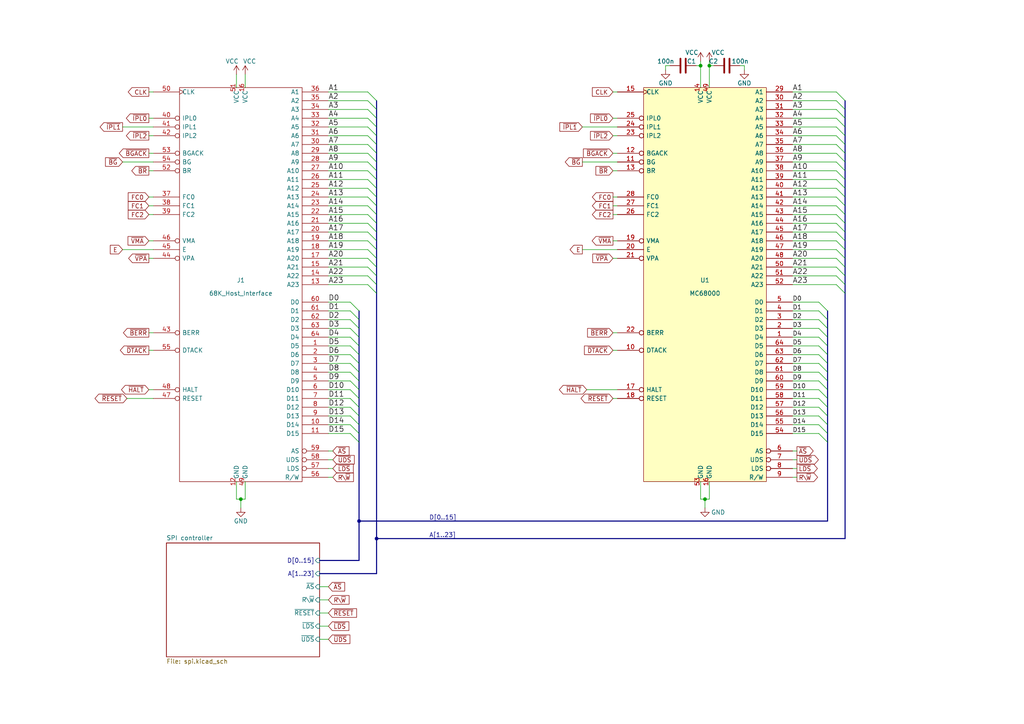
<source format=kicad_sch>
(kicad_sch (version 20211123) (generator eeschema)
  (paper "A4")
  (title_block (title "A500 simple SPI controller") (date "2022-12-05") (rev "1.3") (company "Dennis van Weeren") (comment 1 "rev 1.1: new address decoder, 3V3 supplied by SD module, MOSI forced high on read") (comment 2 "rev 1.2: fixed small but fatal bug in address decoder, smaller PCB to clear shield") (comment 3 "rev 1.3: improved MOSI setup time on reads"))
  (lib_symbols
    (symbol "A500_Simple_SPI_V1.0-rescue:68K_Host_Interface-Dennis" (pin_names (offset 0.762))
      (property "Reference" "U" (at 0 2.54 0))
      (property "Value" "68K_Host_Interface-Dennis" (at 0 -3.81 0))
      (symbol "68K_Host_Interface-Dennis_0_1"
        (rectangle (start -17.78 57.15) (end 17.78 -57.15))
      )
      (symbol "68K_Host_Interface-Dennis_1_1"
        (pin bidirectional line (at 25.4 -17.78 180) (length 7.62) (name "D5") (number "1"))
        (pin bidirectional line (at 25.4 -40.64 180) (length 7.62) (name "D14") (number "10"))
        (pin bidirectional line (at 25.4 -43.18 180) (length 7.62) (name "D15") (number "11"))
        (pin power_in line (at -1.27 -57.15 90) (length 0) (name "GND") (number "12"))
        (pin output line (at 25.4 0 180) (length 7.62) (name "A23") (number "13"))
        (pin output line (at 25.4 2.54 180) (length 7.62) (name "A22") (number "14"))
        (pin output line (at 25.4 5.08 180) (length 7.62) (name "A21") (number "15"))
        (pin power_in line (at 1.27 57.15 270) (length 0) (name "VCC") (number "16"))
        (pin output line (at 25.4 7.62 180) (length 7.62) (name "A20") (number "17"))
        (pin output line (at 25.4 10.16 180) (length 7.62) (name "A19") (number "18"))
        (pin output line (at 25.4 12.7 180) (length 7.62) (name "A18") (number "19"))
        (pin bidirectional line (at 25.4 -20.32 180) (length 7.62) (name "D6") (number "2"))
        (pin output line (at 25.4 15.24 180) (length 7.62) (name "A17") (number "20"))
        (pin output line (at 25.4 17.78 180) (length 7.62) (name "A16") (number "21"))
        (pin output line (at 25.4 20.32 180) (length 7.62) (name "A15") (number "22"))
        (pin output line (at 25.4 22.86 180) (length 7.62) (name "A14") (number "23"))
        (pin output line (at 25.4 25.4 180) (length 7.62) (name "A13") (number "24"))
        (pin output line (at 25.4 27.94 180) (length 7.62) (name "A12") (number "25"))
        (pin output line (at 25.4 30.48 180) (length 7.62) (name "A11") (number "26"))
        (pin output line (at 25.4 33.02 180) (length 7.62) (name "A10") (number "27"))
        (pin output line (at 25.4 35.56 180) (length 7.62) (name "A9") (number "28"))
        (pin output line (at 25.4 38.1 180) (length 7.62) (name "A8") (number "29"))
        (pin bidirectional line (at 25.4 -22.86 180) (length 7.62) (name "D7") (number "3"))
        (pin output line (at 25.4 40.64 180) (length 7.62) (name "A7") (number "30"))
        (pin output line (at 25.4 43.18 180) (length 7.62) (name "A6") (number "31"))
        (pin output line (at 25.4 45.72 180) (length 7.62) (name "A5") (number "32"))
        (pin output line (at 25.4 48.26 180) (length 7.62) (name "A4") (number "33"))
        (pin output line (at 25.4 50.8 180) (length 7.62) (name "A3") (number "34"))
        (pin output line (at 25.4 53.34 180) (length 7.62) (name "A2") (number "35"))
        (pin output line (at 25.4 55.88 180) (length 7.62) (name "A1") (number "36"))
        (pin output line (at -25.4 25.4 0) (length 7.62) (name "FC0") (number "37"))
        (pin output line (at -25.4 22.86 0) (length 7.62) (name "FC1") (number "38"))
        (pin output line (at -25.4 20.32 0) (length 7.62) (name "FC2") (number "39"))
        (pin bidirectional line (at 25.4 -25.4 180) (length 7.62) (name "D8") (number "4"))
        (pin input inverted (at -25.4 48.26 0) (length 7.62) (name "IPL0") (number "40"))
        (pin input inverted (at -25.4 45.72 0) (length 7.62) (name "IPL1") (number "41"))
        (pin input inverted (at -25.4 43.18 0) (length 7.62) (name "IPL2") (number "42"))
        (pin input inverted (at -25.4 -13.97 0) (length 7.62) (name "BERR") (number "43"))
        (pin input inverted (at -25.4 7.62 0) (length 7.62) (name "VPA") (number "44"))
        (pin output line (at -25.4 10.16 0) (length 7.62) (name "E") (number "45"))
        (pin output inverted (at -25.4 12.7 0) (length 7.62) (name "VMA") (number "46"))
        (pin bidirectional inverted (at -25.4 -33.02 0) (length 7.62) (name "RESET") (number "47"))
        (pin bidirectional inverted (at -25.4 -30.48 0) (length 7.62) (name "HALT") (number "48"))
        (pin power_in line (at 1.27 -57.15 90) (length 0) (name "GND") (number "49"))
        (pin bidirectional line (at 25.4 -27.94 180) (length 7.62) (name "D9") (number "5"))
        (pin input clock (at -25.4 55.88 0) (length 7.62) (name "CLK") (number "50"))
        (pin power_in line (at -1.27 57.15 270) (length 0) (name "VCC") (number "51"))
        (pin input inverted (at -25.4 33.02 0) (length 7.62) (name "BR") (number "52"))
        (pin input inverted (at -25.4 38.1 0) (length 7.62) (name "BGACK") (number "53"))
        (pin output inverted (at -25.4 35.56 0) (length 7.62) (name "BG") (number "54"))
        (pin input inverted (at -25.4 -19.05 0) (length 7.62) (name "DTACK") (number "55"))
        (pin output line (at 25.4 -55.88 180) (length 7.62) (name "R/W") (number "56"))
        (pin output inverted (at 25.4 -53.34 180) (length 7.62) (name "LDS") (number "57"))
        (pin output inverted (at 25.4 -50.8 180) (length 7.62) (name "UDS") (number "58"))
        (pin output inverted (at 25.4 -48.26 180) (length 7.62) (name "AS") (number "59"))
        (pin bidirectional line (at 25.4 -30.48 180) (length 7.62) (name "D10") (number "6"))
        (pin bidirectional line (at 25.4 -5.08 180) (length 7.62) (name "D0") (number "60"))
        (pin bidirectional line (at 25.4 -7.62 180) (length 7.62) (name "D1") (number "61"))
        (pin bidirectional line (at 25.4 -10.16 180) (length 7.62) (name "D2") (number "62"))
        (pin bidirectional line (at 25.4 -12.7 180) (length 7.62) (name "D3") (number "63"))
        (pin bidirectional line (at 25.4 -15.24 180) (length 7.62) (name "D4") (number "64"))
        (pin bidirectional line (at 25.4 -33.02 180) (length 7.62) (name "D11") (number "7"))
        (pin bidirectional line (at 25.4 -35.56 180) (length 7.62) (name "D12") (number "8"))
        (pin bidirectional line (at 25.4 -38.1 180) (length 7.62) (name "D13") (number "9"))
      )
    )
    (symbol "A500_Simple_SPI_V1.0-rescue:MC68000-Dennis" (pin_names (offset 0.762))
      (property "Reference" "U" (at 0 2.54 0))
      (property "Value" "MC68000-Dennis" (at 0 -3.81 0))
      (symbol "MC68000-Dennis_0_1"
        (rectangle (start -17.78 57.15) (end 17.78 -57.15) (fill (type background)))
      )
      (symbol "MC68000-Dennis_1_1"
        (pin bidirectional line (at 25.4 -15.24 180) (length 7.62) (name "D4") (number "1"))
        (pin input inverted (at -25.4 -19.05 0) (length 7.62) (name "DTACK") (number "10"))
        (pin output inverted (at -25.4 35.56 0) (length 7.62) (name "BG") (number "11"))
        (pin input inverted (at -25.4 38.1 0) (length 7.62) (name "BGACK") (number "12"))
        (pin input inverted (at -25.4 33.02 0) (length 7.62) (name "BR") (number "13"))
        (pin power_in line (at -1.27 57.15 270) (length 0) (name "VCC") (number "14"))
        (pin input clock (at -25.4 55.88 0) (length 7.62) (name "CLK") (number "15"))
        (pin power_in line (at 1.27 -57.15 90) (length 0) (name "GND") (number "16"))
        (pin bidirectional inverted (at -25.4 -30.48 0) (length 7.62) (name "HALT") (number "17"))
        (pin bidirectional inverted (at -25.4 -33.02 0) (length 7.62) (name "RESET") (number "18"))
        (pin output inverted (at -25.4 12.7 0) (length 7.62) (name "VMA") (number "19"))
        (pin bidirectional line (at 25.4 -12.7 180) (length 7.62) (name "D3") (number "2"))
        (pin output line (at -25.4 10.16 0) (length 7.62) (name "E") (number "20"))
        (pin input inverted (at -25.4 7.62 0) (length 7.62) (name "VPA") (number "21"))
        (pin input inverted (at -25.4 -13.97 0) (length 7.62) (name "BERR") (number "22"))
        (pin input inverted (at -25.4 43.18 0) (length 7.62) (name "IPL2") (number "23"))
        (pin input inverted (at -25.4 45.72 0) (length 7.62) (name "IPL1") (number "24"))
        (pin input inverted (at -25.4 48.26 0) (length 7.62) (name "IPL0") (number "25"))
        (pin output line (at -25.4 20.32 0) (length 7.62) (name "FC2") (number "26"))
        (pin output line (at -25.4 22.86 0) (length 7.62) (name "FC1") (number "27"))
        (pin output line (at -25.4 25.4 0) (length 7.62) (name "FC0") (number "28"))
        (pin output line (at 25.4 55.88 180) (length 7.62) (name "A1") (number "29"))
        (pin bidirectional line (at 25.4 -10.16 180) (length 7.62) (name "D2") (number "3"))
        (pin output line (at 25.4 53.34 180) (length 7.62) (name "A2") (number "30"))
        (pin output line (at 25.4 50.8 180) (length 7.62) (name "A3") (number "31"))
        (pin output line (at 25.4 48.26 180) (length 7.62) (name "A4") (number "32"))
        (pin output line (at 25.4 45.72 180) (length 7.62) (name "A5") (number "33"))
        (pin output line (at 25.4 43.18 180) (length 7.62) (name "A6") (number "34"))
        (pin output line (at 25.4 40.64 180) (length 7.62) (name "A7") (number "35"))
        (pin output line (at 25.4 38.1 180) (length 7.62) (name "A8") (number "36"))
        (pin output line (at 25.4 35.56 180) (length 7.62) (name "A9") (number "37"))
        (pin output line (at 25.4 33.02 180) (length 7.62) (name "A10") (number "38"))
        (pin output line (at 25.4 30.48 180) (length 7.62) (name "A11") (number "39"))
        (pin bidirectional line (at 25.4 -7.62 180) (length 7.62) (name "D1") (number "4"))
        (pin output line (at 25.4 27.94 180) (length 7.62) (name "A12") (number "40"))
        (pin output line (at 25.4 25.4 180) (length 7.62) (name "A13") (number "41"))
        (pin output line (at 25.4 22.86 180) (length 7.62) (name "A14") (number "42"))
        (pin output line (at 25.4 20.32 180) (length 7.62) (name "A15") (number "43"))
        (pin output line (at 25.4 17.78 180) (length 7.62) (name "A16") (number "44"))
        (pin output line (at 25.4 15.24 180) (length 7.62) (name "A17") (number "45"))
        (pin output line (at 25.4 12.7 180) (length 7.62) (name "A18") (number "46"))
        (pin output line (at 25.4 10.16 180) (length 7.62) (name "A19") (number "47"))
        (pin output line (at 25.4 7.62 180) (length 7.62) (name "A20") (number "48"))
        (pin power_in line (at 1.27 57.15 270) (length 0) (name "VCC") (number "49"))
        (pin bidirectional line (at 25.4 -5.08 180) (length 7.62) (name "D0") (number "5"))
        (pin output line (at 25.4 5.08 180) (length 7.62) (name "A21") (number "50"))
        (pin output line (at 25.4 2.54 180) (length 7.62) (name "A22") (number "51"))
        (pin output line (at 25.4 0 180) (length 7.62) (name "A23") (number "52"))
        (pin power_in line (at -1.27 -57.15 90) (length 0) (name "GND") (number "53"))
        (pin bidirectional line (at 25.4 -43.18 180) (length 7.62) (name "D15") (number "54"))
        (pin bidirectional line (at 25.4 -40.64 180) (length 7.62) (name "D14") (number "55"))
        (pin bidirectional line (at 25.4 -38.1 180) (length 7.62) (name "D13") (number "56"))
        (pin bidirectional line (at 25.4 -35.56 180) (length 7.62) (name "D12") (number "57"))
        (pin bidirectional line (at 25.4 -33.02 180) (length 7.62) (name "D11") (number "58"))
        (pin bidirectional line (at 25.4 -30.48 180) (length 7.62) (name "D10") (number "59"))
        (pin output inverted (at 25.4 -48.26 180) (length 7.62) (name "AS") (number "6"))
        (pin bidirectional line (at 25.4 -27.94 180) (length 7.62) (name "D9") (number "60"))
        (pin bidirectional line (at 25.4 -25.4 180) (length 7.62) (name "D8") (number "61"))
        (pin bidirectional line (at 25.4 -22.86 180) (length 7.62) (name "D7") (number "62"))
        (pin bidirectional line (at 25.4 -20.32 180) (length 7.62) (name "D6") (number "63"))
        (pin bidirectional line (at 25.4 -17.78 180) (length 7.62) (name "D5") (number "64"))
        (pin output inverted (at 25.4 -50.8 180) (length 7.62) (name "UDS") (number "7"))
        (pin output inverted (at 25.4 -53.34 180) (length 7.62) (name "LDS") (number "8"))
        (pin output line (at 25.4 -55.88 180) (length 7.62) (name "R/W") (number "9"))
      )
    )
    (symbol "Device:C" (pin_numbers hide) (pin_names (offset 0.254))
      (property "Reference" "C" (at 0.635 2.54 0))
      (property "Value" "C" (at 0.635 -2.54 0))
      (symbol "C_0_1"
        (polyline (pts (xy -2.032 -0.762) (xy 2.032 -0.762)) (stroke (width 0.508)))
        (polyline (pts (xy -2.032 0.762) (xy 2.032 0.762)) (stroke (width 0.508)))
      )
      (symbol "C_1_1"
        (pin passive line (at 0 3.81 270) (length 2.794) (name "~") (number "1"))
        (pin passive line (at 0 -3.81 90) (length 2.794) (name "~") (number "2"))
      )
    )
    (symbol "power:GND" (power) (pin_names (offset 0))
      (property "Value" "GND" (at 0 -3.81 0))
      (symbol "GND_0_1"
        (polyline (pts (xy 0 0) (xy 0 -1.27) (xy 1.27 -1.27) (xy 0 -2.54) (xy -1.27 -1.27) (xy 0 -1.27)))
      )
      (symbol "GND_1_1"
        (pin power_in line (at 0 0 270) (length 0) hide (name "GND") (number "1"))
      )
    )
    (symbol "power:VCC" (power) (pin_names (offset 0))
      (property "Value" "VCC" (at 0 3.81 0))
      (symbol "VCC_0_1"
        (polyline (pts (xy -0.762 1.27) (xy 0 2.54)))
        (polyline (pts (xy 0 0) (xy 0 2.54)))
        (polyline (pts (xy 0 2.54) (xy 0.762 1.27)))
      )
      (symbol "VCC_1_1"
        (pin power_in line (at 0 0 90) (length 0) hide (name "VCC") (number "1"))
      )
    )
  )
  (junction (at 203.2 19.05))
  (junction (at 104.14 151.13))
  (junction (at 205.74 19.05))
  (junction (at 109.22 156.21))
  (junction (at 204.47 144.78))
  (junction (at 69.85 144.78))
  (bus_entry (at 106.68 49.53) (size 2.54 2.54))
  (bus_entry (at 106.68 64.77) (size 2.54 2.54))
  (bus_entry (at 106.68 80.01) (size 2.54 2.54))
  (bus_entry (at 106.68 44.45) (size 2.54 2.54))
  (bus_entry (at 106.68 67.31) (size 2.54 2.54))
  (bus_entry (at 101.6 110.49) (size 2.54 2.54))
  (bus_entry (at 242.57 67.31) (size 2.54 2.54))
  (bus_entry (at 106.68 54.61) (size 2.54 2.54))
  (bus_entry (at 237.49 95.25) (size 2.54 2.54))
  (bus_entry (at 237.49 102.87) (size 2.54 2.54))
  (bus_entry (at 242.57 54.61) (size 2.54 2.54))
  (bus_entry (at 101.6 95.25) (size 2.54 2.54))
  (bus_entry (at 106.68 69.85) (size 2.54 2.54))
  (bus_entry (at 237.49 113.03) (size 2.54 2.54))
  (bus_entry (at 101.6 87.63) (size 2.54 2.54))
  (bus_entry (at 237.49 92.71) (size 2.54 2.54))
  (bus_entry (at 106.68 26.67) (size 2.54 2.54))
  (bus_entry (at 237.49 107.95) (size 2.54 2.54))
  (bus_entry (at 237.49 115.57) (size 2.54 2.54))
  (bus_entry (at 237.49 110.49) (size 2.54 2.54))
  (bus_entry (at 101.6 113.03) (size 2.54 2.54))
  (bus_entry (at 242.57 57.15) (size 2.54 2.54))
  (bus_entry (at 237.49 90.17) (size 2.54 2.54))
  (bus_entry (at 237.49 100.33) (size 2.54 2.54))
  (bus_entry (at 242.57 31.75) (size 2.54 2.54))
  (bus_entry (at 106.68 57.15) (size 2.54 2.54))
  (bus_entry (at 101.6 100.33) (size 2.54 2.54))
  (bus_entry (at 242.57 74.93) (size 2.54 2.54))
  (bus_entry (at 101.6 97.79) (size 2.54 2.54))
  (bus_entry (at 242.57 62.23) (size 2.54 2.54))
  (bus_entry (at 106.68 74.93) (size 2.54 2.54))
  (bus_entry (at 242.57 72.39) (size 2.54 2.54))
  (bus_entry (at 242.57 49.53) (size 2.54 2.54))
  (bus_entry (at 237.49 118.11) (size 2.54 2.54))
  (bus_entry (at 237.49 105.41) (size 2.54 2.54))
  (bus_entry (at 101.6 125.73) (size 2.54 2.54))
  (bus_entry (at 106.68 62.23) (size 2.54 2.54))
  (bus_entry (at 242.57 69.85) (size 2.54 2.54))
  (bus_entry (at 242.57 82.55) (size 2.54 2.54))
  (bus_entry (at 101.6 92.71) (size 2.54 2.54))
  (bus_entry (at 106.68 39.37) (size 2.54 2.54))
  (bus_entry (at 242.57 52.07) (size 2.54 2.54))
  (bus_entry (at 101.6 90.17) (size 2.54 2.54))
  (bus_entry (at 101.6 107.95) (size 2.54 2.54))
  (bus_entry (at 242.57 39.37) (size 2.54 2.54))
  (bus_entry (at 106.68 82.55) (size 2.54 2.54))
  (bus_entry (at 242.57 77.47) (size 2.54 2.54))
  (bus_entry (at 242.57 64.77) (size 2.54 2.54))
  (bus_entry (at 242.57 59.69) (size 2.54 2.54))
  (bus_entry (at 242.57 44.45) (size 2.54 2.54))
  (bus_entry (at 106.68 77.47) (size 2.54 2.54))
  (bus_entry (at 242.57 80.01) (size 2.54 2.54))
  (bus_entry (at 106.68 72.39) (size 2.54 2.54))
  (bus_entry (at 106.68 41.91) (size 2.54 2.54))
  (bus_entry (at 106.68 46.99) (size 2.54 2.54))
  (bus_entry (at 106.68 59.69) (size 2.54 2.54))
  (bus_entry (at 242.57 34.29) (size 2.54 2.54))
  (bus_entry (at 101.6 123.19) (size 2.54 2.54))
  (bus_entry (at 237.49 123.19) (size 2.54 2.54))
  (bus_entry (at 101.6 115.57) (size 2.54 2.54))
  (bus_entry (at 237.49 125.73) (size 2.54 2.54))
  (bus_entry (at 242.57 46.99) (size 2.54 2.54))
  (bus_entry (at 242.57 36.83) (size 2.54 2.54))
  (bus_entry (at 106.68 29.21) (size 2.54 2.54))
  (bus_entry (at 242.57 26.67) (size 2.54 2.54))
  (bus_entry (at 242.57 41.91) (size 2.54 2.54))
  (bus_entry (at 101.6 120.65) (size 2.54 2.54))
  (bus_entry (at 106.68 52.07) (size 2.54 2.54))
  (bus_entry (at 101.6 118.11) (size 2.54 2.54))
  (bus_entry (at 101.6 105.41) (size 2.54 2.54))
  (bus_entry (at 237.49 120.65) (size 2.54 2.54))
  (bus_entry (at 242.57 29.21) (size 2.54 2.54))
  (bus_entry (at 106.68 31.75) (size 2.54 2.54))
  (bus_entry (at 106.68 34.29) (size 2.54 2.54))
  (bus_entry (at 101.6 102.87) (size 2.54 2.54))
  (bus_entry (at 237.49 87.63) (size 2.54 2.54))
  (bus_entry (at 237.49 97.79) (size 2.54 2.54))
  (bus_entry (at 106.68 36.83) (size 2.54 2.54))
  (wire (pts (xy 95.25 87.63) (xy 101.6 87.63)))
  (wire (pts (xy 229.87 39.37) (xy 242.57 39.37)))
  (bus (pts (xy 104.14 120.65) (xy 104.14 123.19)))
  (wire (pts (xy 229.87 26.67) (xy 242.57 26.67)))
  (wire (pts (xy 229.87 80.01) (xy 242.57 80.01)))
  (wire (pts (xy 95.25 105.41) (xy 101.6 105.41)))
  (wire (pts (xy 205.74 17.78) (xy 205.74 19.05)))
  (wire (pts (xy 229.87 113.03) (xy 237.49 113.03)))
  (wire (pts (xy 68.58 144.78) (xy 69.85 144.78)))
  (bus (pts (xy 109.22 156.21) (xy 109.22 166.37)))
  (bus (pts (xy 104.14 125.73) (xy 104.14 128.27)))
  (wire (pts (xy 95.25 26.67) (xy 106.68 26.67)))
  (bus (pts (xy 104.14 95.25) (xy 104.14 97.79)))
  (wire (pts (xy 229.87 92.71) (xy 237.49 92.71)))
  (bus (pts (xy 109.22 59.69) (xy 109.22 62.23)))
  (wire (pts (xy 69.85 144.78) (xy 71.12 144.78)))
  (bus (pts (xy 240.03 107.95) (xy 240.03 110.49)))
  (wire (pts (xy 229.87 105.41) (xy 237.49 105.41)))
  (bus (pts (xy 245.11 85.09) (xy 245.11 156.21)))
  (wire (pts (xy 44.45 59.69) (xy 43.18 59.69)))
  (bus (pts (xy 245.11 44.45) (xy 245.11 46.99)))
  (wire (pts (xy 229.87 97.79) (xy 237.49 97.79)))
  (bus (pts (xy 245.11 67.31) (xy 245.11 69.85)))
  (bus (pts (xy 109.22 44.45) (xy 109.22 46.99)))
  (wire (pts (xy 44.45 34.29) (xy 43.18 34.29)))
  (wire (pts (xy 201.93 19.05) (xy 203.2 19.05)))
  (bus (pts (xy 245.11 49.53) (xy 245.11 52.07)))
  (bus (pts (xy 109.22 166.37) (xy 92.71 166.37)))
  (wire (pts (xy 95.25 173.99) (xy 92.71 173.99)))
  (wire (pts (xy 179.07 39.37) (xy 177.8 39.37)))
  (wire (pts (xy 231.14 133.35) (xy 229.87 133.35)))
  (wire (pts (xy 179.07 69.85) (xy 177.8 69.85)))
  (wire (pts (xy 95.25 44.45) (xy 106.68 44.45)))
  (wire (pts (xy 95.25 100.33) (xy 101.6 100.33)))
  (wire (pts (xy 95.25 49.53) (xy 106.68 49.53)))
  (wire (pts (xy 179.07 72.39) (xy 168.91 72.39)))
  (bus (pts (xy 240.03 118.11) (xy 240.03 120.65)))
  (wire (pts (xy 95.25 102.87) (xy 101.6 102.87)))
  (wire (pts (xy 44.45 44.45) (xy 43.18 44.45)))
  (wire (pts (xy 229.87 90.17) (xy 237.49 90.17)))
  (bus (pts (xy 240.03 102.87) (xy 240.03 105.41)))
  (bus (pts (xy 109.22 31.75) (xy 109.22 34.29)))
  (wire (pts (xy 203.2 139.7) (xy 203.2 144.78)))
  (bus (pts (xy 109.22 54.61) (xy 109.22 57.15)))
  (bus (pts (xy 109.22 39.37) (xy 109.22 41.91)))
  (bus (pts (xy 104.14 107.95) (xy 104.14 110.49)))
  (wire (pts (xy 95.25 181.61) (xy 92.71 181.61)))
  (bus (pts (xy 245.11 46.99) (xy 245.11 49.53)))
  (wire (pts (xy 95.25 59.69) (xy 106.68 59.69)))
  (wire (pts (xy 95.25 54.61) (xy 106.68 54.61)))
  (wire (pts (xy 229.87 102.87) (xy 237.49 102.87)))
  (wire (pts (xy 229.87 100.33) (xy 237.49 100.33)))
  (wire (pts (xy 95.25 170.18) (xy 92.71 170.18)))
  (wire (pts (xy 179.07 96.52) (xy 177.8 96.52)))
  (bus (pts (xy 245.11 80.01) (xy 245.11 82.55)))
  (wire (pts (xy 229.87 67.31) (xy 242.57 67.31)))
  (wire (pts (xy 229.87 115.57) (xy 237.49 115.57)))
  (bus (pts (xy 109.22 57.15) (xy 109.22 59.69)))
  (bus (pts (xy 104.14 151.13) (xy 240.03 151.13)))
  (bus (pts (xy 104.14 92.71) (xy 104.14 95.25)))
  (wire (pts (xy 207.01 19.05) (xy 205.74 19.05)))
  (wire (pts (xy 95.25 39.37) (xy 106.68 39.37)))
  (wire (pts (xy 193.04 19.05) (xy 194.31 19.05)))
  (bus (pts (xy 109.22 49.53) (xy 109.22 52.07)))
  (wire (pts (xy 229.87 95.25) (xy 237.49 95.25)))
  (wire (pts (xy 69.85 147.32) (xy 69.85 144.78)))
  (bus (pts (xy 109.22 85.09) (xy 109.22 156.21)))
  (wire (pts (xy 95.25 64.77) (xy 106.68 64.77)))
  (bus (pts (xy 109.22 74.93) (xy 109.22 77.47)))
  (bus (pts (xy 109.22 67.31) (xy 109.22 69.85)))
  (bus (pts (xy 240.03 113.03) (xy 240.03 115.57)))
  (wire (pts (xy 44.45 69.85) (xy 43.18 69.85)))
  (wire (pts (xy 204.47 144.78) (xy 205.74 144.78)))
  (wire (pts (xy 229.87 77.47) (xy 242.57 77.47)))
  (wire (pts (xy 95.25 115.57) (xy 101.6 115.57)))
  (wire (pts (xy 95.25 77.47) (xy 106.68 77.47)))
  (bus (pts (xy 109.22 156.21) (xy 245.11 156.21)))
  (wire (pts (xy 179.07 34.29) (xy 177.8 34.29)))
  (wire (pts (xy 95.25 52.07) (xy 106.68 52.07)))
  (bus (pts (xy 104.14 97.79) (xy 104.14 100.33)))
  (wire (pts (xy 95.25 72.39) (xy 106.68 72.39)))
  (wire (pts (xy 179.07 59.69) (xy 177.8 59.69)))
  (wire (pts (xy 229.87 107.95) (xy 237.49 107.95)))
  (wire (pts (xy 229.87 125.73) (xy 237.49 125.73)))
  (bus (pts (xy 104.14 100.33) (xy 104.14 102.87)))
  (wire (pts (xy 95.25 69.85) (xy 106.68 69.85)))
  (wire (pts (xy 215.9 19.05) (xy 215.9 20.32)))
  (bus (pts (xy 245.11 31.75) (xy 245.11 34.29)))
  (wire (pts (xy 205.74 19.05) (xy 205.74 25.4)))
  (bus (pts (xy 109.22 52.07) (xy 109.22 54.61)))
  (bus (pts (xy 245.11 57.15) (xy 245.11 59.69)))
  (wire (pts (xy 179.07 62.23) (xy 177.8 62.23)))
  (wire (pts (xy 95.25 118.11) (xy 101.6 118.11)))
  (bus (pts (xy 104.14 90.17) (xy 104.14 92.71)))
  (wire (pts (xy 95.25 97.79) (xy 101.6 97.79)))
  (wire (pts (xy 229.87 59.69) (xy 242.57 59.69)))
  (wire (pts (xy 71.12 144.78) (xy 71.12 139.7)))
  (bus (pts (xy 245.11 64.77) (xy 245.11 67.31)))
  (wire (pts (xy 229.87 62.23) (xy 242.57 62.23)))
  (wire (pts (xy 231.14 138.43) (xy 229.87 138.43)))
  (bus (pts (xy 109.22 34.29) (xy 109.22 36.83)))
  (wire (pts (xy 44.45 39.37) (xy 43.18 39.37)))
  (bus (pts (xy 245.11 82.55) (xy 245.11 85.09)))
  (wire (pts (xy 229.87 44.45) (xy 242.57 44.45)))
  (bus (pts (xy 104.14 128.27) (xy 104.14 151.13)))
  (wire (pts (xy 95.25 113.03) (xy 101.6 113.03)))
  (wire (pts (xy 95.25 67.31) (xy 106.68 67.31)))
  (wire (pts (xy 229.87 130.81) (xy 231.14 130.81)))
  (wire (pts (xy 214.63 19.05) (xy 215.9 19.05)))
  (bus (pts (xy 109.22 41.91) (xy 109.22 44.45)))
  (wire (pts (xy 95.25 123.19) (xy 101.6 123.19)))
  (wire (pts (xy 229.87 31.75) (xy 242.57 31.75)))
  (wire (pts (xy 44.45 72.39) (xy 35.56 72.39)))
  (bus (pts (xy 240.03 128.27) (xy 240.03 151.13)))
  (bus (pts (xy 245.11 36.83) (xy 245.11 39.37)))
  (wire (pts (xy 193.04 20.32) (xy 193.04 19.05)))
  (wire (pts (xy 95.25 95.25) (xy 101.6 95.25)))
  (wire (pts (xy 229.87 120.65) (xy 237.49 120.65)))
  (bus (pts (xy 245.11 77.47) (xy 245.11 80.01)))
  (bus (pts (xy 245.11 34.29) (xy 245.11 36.83)))
  (bus (pts (xy 245.11 29.21) (xy 245.11 31.75)))
  (wire (pts (xy 95.25 90.17) (xy 101.6 90.17)))
  (wire (pts (xy 179.07 113.03) (xy 170.18 113.03)))
  (wire (pts (xy 95.25 74.93) (xy 106.68 74.93)))
  (bus (pts (xy 109.22 29.21) (xy 109.22 31.75)))
  (bus (pts (xy 240.03 120.65) (xy 240.03 123.19)))
  (bus (pts (xy 245.11 74.93) (xy 245.11 77.47)))
  (wire (pts (xy 204.47 147.32) (xy 204.47 144.78)))
  (bus (pts (xy 245.11 52.07) (xy 245.11 54.61)))
  (bus (pts (xy 240.03 95.25) (xy 240.03 97.79)))
  (wire (pts (xy 95.25 36.83) (xy 106.68 36.83)))
  (bus (pts (xy 245.11 41.91) (xy 245.11 44.45)))
  (bus (pts (xy 240.03 97.79) (xy 240.03 100.33)))
  (wire (pts (xy 229.87 69.85) (xy 242.57 69.85)))
  (wire (pts (xy 96.52 138.43) (xy 95.25 138.43)))
  (bus (pts (xy 109.22 82.55) (xy 109.22 85.09)))
  (bus (pts (xy 109.22 46.99) (xy 109.22 49.53)))
  (wire (pts (xy 95.25 125.73) (xy 101.6 125.73)))
  (bus (pts (xy 240.03 100.33) (xy 240.03 102.87)))
  (wire (pts (xy 229.87 41.91) (xy 242.57 41.91)))
  (bus (pts (xy 109.22 69.85) (xy 109.22 72.39)))
  (wire (pts (xy 44.45 74.93) (xy 43.18 74.93)))
  (wire (pts (xy 229.87 52.07) (xy 242.57 52.07)))
  (bus (pts (xy 104.14 102.87) (xy 104.14 105.41)))
  (bus (pts (xy 240.03 125.73) (xy 240.03 128.27)))
  (wire (pts (xy 95.25 29.21) (xy 106.68 29.21)))
  (wire (pts (xy 179.07 115.57) (xy 177.8 115.57)))
  (wire (pts (xy 95.25 82.55) (xy 106.68 82.55)))
  (bus (pts (xy 104.14 162.56) (xy 104.14 151.13)))
  (bus (pts (xy 109.22 62.23) (xy 109.22 64.77)))
  (wire (pts (xy 95.25 34.29) (xy 106.68 34.29)))
  (wire (pts (xy 179.07 26.67) (xy 177.8 26.67)))
  (wire (pts (xy 44.45 101.6) (xy 43.18 101.6)))
  (wire (pts (xy 229.87 87.63) (xy 237.49 87.63)))
  (wire (pts (xy 229.87 123.19) (xy 237.49 123.19)))
  (wire (pts (xy 95.25 107.95) (xy 101.6 107.95)))
  (wire (pts (xy 95.25 41.91) (xy 106.68 41.91)))
  (bus (pts (xy 245.11 62.23) (xy 245.11 64.77)))
  (wire (pts (xy 205.74 144.78) (xy 205.74 139.7)))
  (wire (pts (xy 179.07 44.45) (xy 177.8 44.45)))
  (wire (pts (xy 229.87 36.83) (xy 242.57 36.83)))
  (bus (pts (xy 109.22 80.01) (xy 109.22 82.55)))
  (wire (pts (xy 229.87 74.93) (xy 242.57 74.93)))
  (bus (pts (xy 240.03 123.19) (xy 240.03 125.73)))
  (wire (pts (xy 95.25 31.75) (xy 106.68 31.75)))
  (wire (pts (xy 179.07 46.99) (xy 168.91 46.99)))
  (bus (pts (xy 240.03 110.49) (xy 240.03 113.03)))
  (wire (pts (xy 95.25 80.01) (xy 106.68 80.01)))
  (wire (pts (xy 44.45 26.67) (xy 43.18 26.67)))
  (wire (pts (xy 95.25 185.42) (xy 92.71 185.42)))
  (wire (pts (xy 95.25 57.15) (xy 106.68 57.15)))
  (wire (pts (xy 68.58 25.4) (xy 68.58 21.59)))
  (wire (pts (xy 229.87 29.21) (xy 242.57 29.21)))
  (bus (pts (xy 245.11 69.85) (xy 245.11 72.39)))
  (wire (pts (xy 229.87 34.29) (xy 242.57 34.29)))
  (bus (pts (xy 245.11 39.37) (xy 245.11 41.91)))
  (wire (pts (xy 229.87 49.53) (xy 242.57 49.53)))
  (bus (pts (xy 92.71 162.56) (xy 104.14 162.56)))
  (wire (pts (xy 95.25 120.65) (xy 101.6 120.65)))
  (wire (pts (xy 229.87 46.99) (xy 242.57 46.99)))
  (wire (pts (xy 95.25 46.99) (xy 106.68 46.99)))
  (wire (pts (xy 95.25 62.23) (xy 106.68 62.23)))
  (wire (pts (xy 203.2 19.05) (xy 203.2 25.4)))
  (wire (pts (xy 179.07 36.83) (xy 168.91 36.83)))
  (wire (pts (xy 44.45 62.23) (xy 43.18 62.23)))
  (wire (pts (xy 179.07 57.15) (xy 177.8 57.15)))
  (wire (pts (xy 96.52 135.89) (xy 95.25 135.89)))
  (bus (pts (xy 245.11 54.61) (xy 245.11 57.15)))
  (wire (pts (xy 229.87 110.49) (xy 237.49 110.49)))
  (wire (pts (xy 44.45 115.57) (xy 36.83 115.57)))
  (bus (pts (xy 245.11 72.39) (xy 245.11 74.93)))
  (wire (pts (xy 44.45 49.53) (xy 43.18 49.53)))
  (wire (pts (xy 96.52 133.35) (xy 95.25 133.35)))
  (wire (pts (xy 44.45 96.52) (xy 43.18 96.52)))
  (bus (pts (xy 104.14 118.11) (xy 104.14 120.65)))
  (wire (pts (xy 96.52 130.81) (xy 95.25 130.81)))
  (wire (pts (xy 229.87 54.61) (xy 242.57 54.61)))
  (wire (pts (xy 229.87 64.77) (xy 242.57 64.77)))
  (bus (pts (xy 104.14 113.03) (xy 104.14 115.57)))
  (bus (pts (xy 245.11 59.69) (xy 245.11 62.23)))
  (wire (pts (xy 179.07 49.53) (xy 177.8 49.53)))
  (bus (pts (xy 240.03 90.17) (xy 240.03 92.71)))
  (wire (pts (xy 95.25 110.49) (xy 101.6 110.49)))
  (bus (pts (xy 240.03 115.57) (xy 240.03 118.11)))
  (bus (pts (xy 109.22 64.77) (xy 109.22 67.31)))
  (wire (pts (xy 203.2 144.78) (xy 204.47 144.78)))
  (wire (pts (xy 229.87 118.11) (xy 237.49 118.11)))
  (wire (pts (xy 229.87 82.55) (xy 242.57 82.55)))
  (wire (pts (xy 229.87 57.15) (xy 242.57 57.15)))
  (wire (pts (xy 179.07 74.93) (xy 177.8 74.93)))
  (bus (pts (xy 240.03 92.71) (xy 240.03 95.25)))
  (wire (pts (xy 44.45 46.99) (xy 35.56 46.99)))
  (bus (pts (xy 104.14 110.49) (xy 104.14 113.03)))
  (wire (pts (xy 229.87 72.39) (xy 242.57 72.39)))
  (wire (pts (xy 44.45 36.83) (xy 35.56 36.83)))
  (wire (pts (xy 95.25 92.71) (xy 101.6 92.71)))
  (wire (pts (xy 44.45 113.03) (xy 43.18 113.03)))
  (bus (pts (xy 104.14 115.57) (xy 104.14 118.11)))
  (bus (pts (xy 104.14 105.41) (xy 104.14 107.95)))
  (bus (pts (xy 109.22 36.83) (xy 109.22 39.37)))
  (bus (pts (xy 109.22 77.47) (xy 109.22 80.01)))
  (wire (pts (xy 179.07 101.6) (xy 177.8 101.6)))
  (bus (pts (xy 104.14 123.19) (xy 104.14 125.73)))
  (wire (pts (xy 92.71 177.8) (xy 95.25 177.8)))
  (wire (pts (xy 68.58 139.7) (xy 68.58 144.78)))
  (wire (pts (xy 44.45 57.15) (xy 43.18 57.15)))
  (wire (pts (xy 229.87 135.89) (xy 231.14 135.89)))
  (wire (pts (xy 71.12 21.59) (xy 71.12 25.4)))
  (bus (pts (xy 240.03 105.41) (xy 240.03 107.95)))
  (wire (pts (xy 203.2 17.78) (xy 203.2 19.05)))
  (bus (pts (xy 109.22 72.39) (xy 109.22 74.93)))
  (label "D9" (at 95.25 110.49 0) (effects (font (size 1.524 1.524))))
  (label "D15" (at 95.25 125.73 0) (effects (font (size 1.524 1.524))))
  (label "A2" (at 229.87 29.21 0) (effects (font (size 1.524 1.524))))
  (label "D5" (at 95.25 100.33 0) (effects (font (size 1.524 1.524))))
  (label "A10" (at 229.87 49.53 0) (effects (font (size 1.524 1.524))))
  (label "A4" (at 95.25 34.29 0) (effects (font (size 1.524 1.524))))
  (label "D6" (at 229.87 102.87 0))
  (label "D6" (at 95.25 102.87 0) (effects (font (size 1.524 1.524))))
  (label "A1" (at 95.25 26.67 0) (effects (font (size 1.524 1.524))))
  (label "A1" (at 229.87 26.67 0) (effects (font (size 1.524 1.524))))
  (label "D7" (at 95.25 105.41 0) (effects (font (size 1.524 1.524))))
  (label "A23" (at 95.25 82.55 0) (effects (font (size 1.524 1.524))))
  (label "A3" (at 229.87 31.75 0) (effects (font (size 1.524 1.524))))
  (label "D2" (at 95.25 92.71 0) (effects (font (size 1.524 1.524))))
  (label "A18" (at 95.25 69.85 0) (effects (font (size 1.524 1.524))))
  (label "D3" (at 95.25 95.25 0) (effects (font (size 1.524 1.524))))
  (label "A11" (at 229.87 52.07 0) (effects (font (size 1.524 1.524))))
  (label "A16" (at 229.87 64.77 0) (effects (font (size 1.524 1.524))))
  (label "A17" (at 95.25 67.31 0) (effects (font (size 1.524 1.524))))
  (label "A20" (at 229.87 74.93 0) (effects (font (size 1.524 1.524))))
  (label "A5" (at 95.25 36.83 0) (effects (font (size 1.524 1.524))))
  (label "A[1..23]" (at 124.46 156.21 0))
  (label "D10" (at 229.87 113.03 0))
  (label "A12" (at 95.25 54.61 0) (effects (font (size 1.524 1.524))))
  (label "D9" (at 229.87 110.49 0))
  (label "A8" (at 95.25 44.45 0) (effects (font (size 1.524 1.524))))
  (label "A15" (at 95.25 62.23 0) (effects (font (size 1.524 1.524))))
  (label "A4" (at 229.87 34.29 0) (effects (font (size 1.524 1.524))))
  (label "A8" (at 229.87 44.45 0) (effects (font (size 1.524 1.524))))
  (label "A17" (at 229.87 67.31 0) (effects (font (size 1.524 1.524))))
  (label "A13" (at 95.25 57.15 0) (effects (font (size 1.524 1.524))))
  (label "D3" (at 229.87 95.25 0))
  (label "D0" (at 229.87 87.63 0))
  (label "D11" (at 95.25 115.57 0) (effects (font (size 1.524 1.524))))
  (label "D5" (at 229.87 100.33 0))
  (label "A6" (at 229.87 39.37 0) (effects (font (size 1.524 1.524))))
  (label "A21" (at 95.25 77.47 0) (effects (font (size 1.524 1.524))))
  (label "A3" (at 95.25 31.75 0) (effects (font (size 1.524 1.524))))
  (label "D8" (at 229.87 107.95 0))
  (label "A12" (at 229.87 54.61 0) (effects (font (size 1.524 1.524))))
  (label "D12" (at 95.25 118.11 0) (effects (font (size 1.524 1.524))))
  (label "D7" (at 229.87 105.41 0))
  (label "A10" (at 95.25 49.53 0) (effects (font (size 1.524 1.524))))
  (label "A13" (at 229.87 57.15 0) (effects (font (size 1.524 1.524))))
  (label "A5" (at 229.87 36.83 0) (effects (font (size 1.524 1.524))))
  (label "A19" (at 95.25 72.39 0) (effects (font (size 1.524 1.524))))
  (label "D13" (at 95.25 120.65 0) (effects (font (size 1.524 1.524))))
  (label "D4" (at 229.87 97.79 0))
  (label "A18" (at 229.87 69.85 0) (effects (font (size 1.524 1.524))))
  (label "D[0..15]" (at 124.46 151.13 0))
  (label "D0" (at 95.25 87.63 0) (effects (font (size 1.524 1.524))))
  (label "A15" (at 229.87 62.23 0) (effects (font (size 1.524 1.524))))
  (label "A14" (at 95.25 59.69 0) (effects (font (size 1.524 1.524))))
  (label "A23" (at 229.87 82.55 0) (effects (font (size 1.524 1.524))))
  (label "A16" (at 95.25 64.77 0) (effects (font (size 1.524 1.524))))
  (label "A2" (at 95.25 29.21 0) (effects (font (size 1.524 1.524))))
  (label "D1" (at 229.87 90.17 0))
  (label "D8" (at 95.25 107.95 0) (effects (font (size 1.524 1.524))))
  (label "A14" (at 229.87 59.69 0) (effects (font (size 1.524 1.524))))
  (label "D11" (at 229.87 115.57 0))
  (label "A11" (at 95.25 52.07 0) (effects (font (size 1.524 1.524))))
  (label "D10" (at 95.25 113.03 0) (effects (font (size 1.524 1.524))))
  (label "A9" (at 229.87 46.99 0) (effects (font (size 1.524 1.524))))
  (label "A7" (at 95.25 41.91 0) (effects (font (size 1.524 1.524))))
  (label "A22" (at 229.87 80.01 0) (effects (font (size 1.524 1.524))))
  (label "A20" (at 95.25 74.93 0) (effects (font (size 1.524 1.524))))
  (label "D1" (at 95.25 90.17 0) (effects (font (size 1.524 1.524))))
  (label "A22" (at 95.25 80.01 0) (effects (font (size 1.524 1.524))))
  (label "A6" (at 95.25 39.37 0) (effects (font (size 1.524 1.524))))
  (label "D12" (at 229.87 118.11 0))
  (label "A19" (at 229.87 72.39 0) (effects (font (size 1.524 1.524))))
  (label "D14" (at 229.87 123.19 0))
  (label "A7" (at 229.87 41.91 0) (effects (font (size 1.524 1.524))))
  (label "A9" (at 95.25 46.99 0) (effects (font (size 1.524 1.524))))
  (label "A21" (at 229.87 77.47 0) (effects (font (size 1.524 1.524))))
  (label "D4" (at 95.25 97.79 0) (effects (font (size 1.524 1.524))))
  (label "D15" (at 229.87 125.73 0))
  (label "D13" (at 229.87 120.65 0))
  (label "D14" (at 95.25 123.19 0) (effects (font (size 1.524 1.524))))
  (label "D2" (at 229.87 92.71 0))
  (global_label "~{BERR}" (shape input) (at 177.8 96.52 180) (property "Intersheet References" "${INTERSHEET_REFS}" (effects hide)))
  (global_label "~{IPL2}" (shape input) (at 177.8 39.37 180) (property "Intersheet References" "${INTERSHEET_REFS}" (effects hide)))
  (global_label "FC2" (shape output) (at 177.8 62.23 180) (property "Intersheet References" "${INTERSHEET_REFS}" (effects hide)))
  (global_label "~{IPL0}" (shape output) (at 43.18 34.29 180) (property "Intersheet References" "${INTERSHEET_REFS}" (effects hide)))
  (global_label "~{VMA}" (shape output) (at 177.8 69.85 180) (property "Intersheet References" "${INTERSHEET_REFS}" (effects hide)))
  (global_label "FC1" (shape output) (at 177.8 59.69 180) (property "Intersheet References" "${INTERSHEET_REFS}" (effects hide)))
  (global_label "R\\~{W}" (shape input) (at 95.25 173.99 0) (property "Intersheet References" "${INTERSHEET_REFS}" (effects hide)))
  (global_label "~{UDS}" (shape input) (at 95.25 185.42 0) (property "Intersheet References" "${INTERSHEET_REFS}" (effects hide)))
  (global_label "~{UDS}" (shape output) (at 231.14 133.35 0) (property "Intersheet References" "${INTERSHEET_REFS}" (effects hide)))
  (global_label "R\\~{W}" (shape input) (at 96.52 138.43 0) (property "Intersheet References" "${INTERSHEET_REFS}" (effects hide)))
  (global_label "E" (shape output) (at 168.91 72.39 180) (property "Intersheet References" "${INTERSHEET_REFS}" (effects hide)))
  (global_label "~{BR}" (shape input) (at 177.8 49.53 180) (property "Intersheet References" "${INTERSHEET_REFS}" (effects hide)))
  (global_label "~{VPA}" (shape output) (at 43.18 74.93 180) (property "Intersheet References" "${INTERSHEET_REFS}" (effects hide)))
  (global_label "~{IPL1}" (shape input) (at 168.91 36.83 180) (property "Intersheet References" "${INTERSHEET_REFS}" (effects hide)))
  (global_label "~{RESET}" (shape bidirectional) (at 177.8 115.57 180) (property "Intersheet References" "${INTERSHEET_REFS}" (effects hide)))
  (global_label "~{LDS}" (shape input) (at 95.25 181.61 0) (property "Intersheet References" "${INTERSHEET_REFS}" (effects hide)))
  (global_label "R\\~{W}" (shape output) (at 231.14 138.43 0) (property "Intersheet References" "${INTERSHEET_REFS}" (effects hide)))
  (global_label "~{DTACK}" (shape output) (at 43.18 101.6 180) (property "Intersheet References" "${INTERSHEET_REFS}" (effects hide)))
  (global_label "~{IPL1}" (shape output) (at 35.56 36.83 180) (property "Intersheet References" "${INTERSHEET_REFS}" (effects hide)))
  (global_label "~{IPL2}" (shape output) (at 43.18 39.37 180) (property "Intersheet References" "${INTERSHEET_REFS}" (effects hide)))
  (global_label "~{AS}" (shape input) (at 96.52 130.81 0) (property "Intersheet References" "${INTERSHEET_REFS}" (effects hide)))
  (global_label "CLK" (shape output) (at 43.18 26.67 180) (property "Intersheet References" "${INTERSHEET_REFS}" (effects hide)))
  (global_label "CLK" (shape input) (at 177.8 26.67 180) (property "Intersheet References" "${INTERSHEET_REFS}" (effects hide)))
  (global_label "~{BR}" (shape output) (at 43.18 49.53 180) (property "Intersheet References" "${INTERSHEET_REFS}" (effects hide)))
  (global_label "~{LDS}" (shape output) (at 231.14 135.89 0) (property "Intersheet References" "${INTERSHEET_REFS}" (effects hide)))
  (global_label "~{BERR}" (shape output) (at 43.18 96.52 180) (property "Intersheet References" "${INTERSHEET_REFS}" (effects hide)))
  (global_label "~{LDS}" (shape input) (at 96.52 135.89 0) (property "Intersheet References" "${INTERSHEET_REFS}" (effects hide)))
  (global_label "E" (shape input) (at 35.56 72.39 180) (property "Intersheet References" "${INTERSHEET_REFS}" (effects hide)))
  (global_label "~{IPL0}" (shape input) (at 177.8 34.29 180) (property "Intersheet References" "${INTERSHEET_REFS}" (effects hide)))
  (global_label "~{BGACK}" (shape input) (at 177.8 44.45 180) (property "Intersheet References" "${INTERSHEET_REFS}" (effects hide)))
  (global_label "~{AS}" (shape output) (at 231.14 130.81 0) (property "Intersheet References" "${INTERSHEET_REFS}" (effects hide)))
  (global_label "~{VPA}" (shape input) (at 177.8 74.93 180) (property "Intersheet References" "${INTERSHEET_REFS}" (effects hide)))
  (global_label "~{RESET}" (shape input) (at 95.25 177.8 0) (property "Intersheet References" "${INTERSHEET_REFS}" (effects hide)))
  (global_label "FC0" (shape input) (at 43.18 57.15 180) (property "Intersheet References" "${INTERSHEET_REFS}" (effects hide)))
  (global_label "~{AS}" (shape input) (at 95.25 170.18 0) (property "Intersheet References" "${INTERSHEET_REFS}" (effects hide)))
  (global_label "~{HALT}" (shape bidirectional) (at 170.18 113.03 180) (property "Intersheet References" "${INTERSHEET_REFS}" (effects hide)))
  (global_label "~{UDS}" (shape input) (at 96.52 133.35 0) (property "Intersheet References" "${INTERSHEET_REFS}" (effects hide)))
  (global_label "~{BGACK}" (shape output) (at 43.18 44.45 180) (property "Intersheet References" "${INTERSHEET_REFS}" (effects hide)))
  (global_label "FC1" (shape input) (at 43.18 59.69 180) (property "Intersheet References" "${INTERSHEET_REFS}" (effects hide)))
  (global_label "~{RESET}" (shape bidirectional) (at 36.83 115.57 180) (property "Intersheet References" "${INTERSHEET_REFS}" (effects hide)))
  (global_label "~{BG}" (shape input) (at 35.56 46.99 180) (property "Intersheet References" "${INTERSHEET_REFS}" (effects hide)))
  (global_label "~{HALT}" (shape bidirectional) (at 43.18 113.03 180) (property "Intersheet References" "${INTERSHEET_REFS}" (effects hide)))
  (global_label "FC0" (shape output) (at 177.8 57.15 180) (property "Intersheet References" "${INTERSHEET_REFS}" (effects hide)))
  (global_label "FC2" (shape input) (at 43.18 62.23 180) (property "Intersheet References" "${INTERSHEET_REFS}" (effects hide)))
  (global_label "~{DTACK}" (shape input) (at 177.8 101.6 180) (property "Intersheet References" "${INTERSHEET_REFS}" (effects hide)))
  (global_label "~{BG}" (shape output) (at 168.91 46.99 180) (property "Intersheet References" "${INTERSHEET_REFS}" (effects hide)))
  (global_label "~{VMA}" (shape input) (at 43.18 69.85 180) (property "Intersheet References" "${INTERSHEET_REFS}" (effects hide)))
  (symbol (lib_id "power:GND") (at 204.47 147.32 0) (unit 1)
    (property "Reference" "#PWR06" (effects hide))
    (property "Value" "GND" (at 208.28 148.59 0))
  )
  (symbol (lib_id "power:GND") (at 69.85 147.32 0) (unit 1)
    (property "Reference" "#PWR02" (effects hide))
    (property "Value" "GND" (at 69.85 151.13 0))
  )
  (symbol (lib_id "power:VCC") (at 68.58 21.59 0) (unit 1)
    (property "Reference" "#PWR01" (effects hide))
    (property "Value" "VCC" (at 67.31 17.78 0))
  )
  (symbol (lib_id "power:VCC") (at 203.2 17.78 0) (unit 1)
    (property "Reference" "#PWR05" (effects hide))
    (property "Value" "VCC" (at 200.66 15.24 0))
  )
  (symbol (lib_id "power:VCC") (at 205.74 17.78 0) (unit 1)
    (property "Reference" "#PWR07" (effects hide))
    (property "Value" "VCC" (at 208.28 15.24 0))
  )
  (symbol (lib_id "power:VCC") (at 71.12 21.59 0) (unit 1)
    (property "Reference" "#PWR03" (effects hide))
    (property "Value" "VCC" (at 72.39 17.78 0))
  )
  (symbol (lib_id "A500_Simple_SPI_V1.0-rescue:68K_Host_Interface-Dennis") (at 69.85 82.55 0) (unit 1)
    (property "Reference" "J1" (at 69.85 81.28 0))
    (property "Value" "68K_Host_Interface" (at 69.85 85.09 0))
    (property "Footprint" "Package_DIP:DIP-64_W22.86mm_Socket" (effects hide))
  )
  (symbol (lib_id "Device:C") (at 210.82 19.05 90) (unit 1)
    (property "Reference" "C2" (at 208.28 17.78 90) (effects (justify left)))
    (property "Value" "100n" (at 217.17 17.78 90) (effects (justify left)))
    (property "Footprint" "Capacitor_SMD:C_0805_2012Metric_Pad1.18x1.45mm_HandSolder" (effects hide))
  )
  (symbol (lib_id "Device:C") (at 198.12 19.05 90) (unit 1)
    (property "Reference" "C1" (at 201.93 17.78 90) (effects (justify left)))
    (property "Value" "100n" (at 195.58 17.78 90) (effects (justify left)))
    (property "Footprint" "Capacitor_SMD:C_0805_2012Metric_Pad1.18x1.45mm_HandSolder" (effects hide))
  )
  (symbol (lib_id "power:GND") (at 215.9 20.32 0) (unit 1)
    (property "Reference" "#PWR08" (effects hide))
    (property "Value" "GND" (at 215.9 24.13 0))
  )
  (symbol (lib_id "power:GND") (at 193.04 20.32 0) (unit 1)
    (property "Reference" "#PWR04" (effects hide))
    (property "Value" "GND" (at 193.04 24.13 0))
  )
  (symbol (lib_id "A500_Simple_SPI_V1.0-rescue:MC68000-Dennis") (at 204.47 82.55 0) (unit 1)
    (property "Reference" "U1" (at 204.47 81.28 0))
    (property "Value" "MC68000" (at 204.47 85.09 0))
    (property "Footprint" "Package_DIP:DIP-64_W22.86mm_Socket" (effects hide))
  )
  (sheet (at 48.26 157.48) (size 44.45 33.02)
    (property "Sheet name" "SPI controller" (at 48.26 156.7684 0) (effects (justify left bottom)))
    (property "Sheet file" "spi.kicad_sch" (at 48.26 191.0846 0) (effects (justify left top)))
    (pin "~{AS}" input (at 92.71 170.18 0))
    (pin "D[0..15]" input (at 92.71 162.56 0))
    (pin "R\\~{W}" input (at 92.71 173.99 0))
    (pin "~{RESET}" input (at 92.71 177.8 0))
    (pin "~{LDS}" input (at 92.71 181.61 0))
    (pin "~{UDS}" input (at 92.71 185.42 0))
    (pin "A[1..23]" input (at 92.71 166.37 0))
  )
)
</source>
